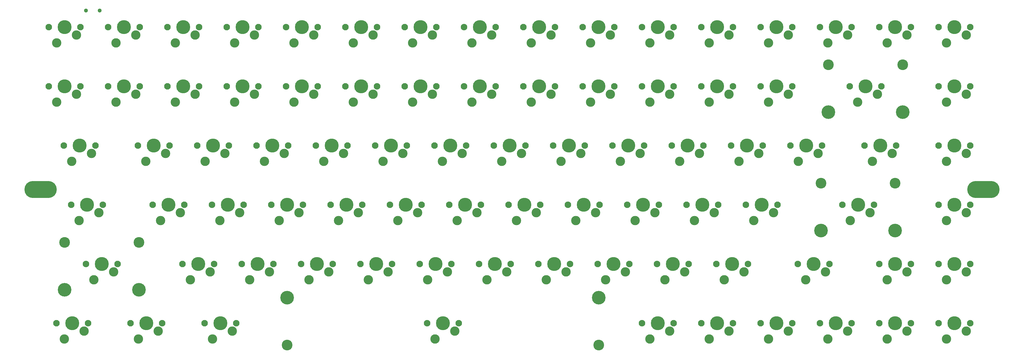
<source format=gbr>
G04 #@! TF.FileFunction,Soldermask,Top*
%FSLAX46Y46*%
G04 Gerber Fmt 4.6, Leading zero omitted, Abs format (unit mm)*
G04 Created by KiCad (PCBNEW 4.0.1-stable) date 2/13/2016 10:11:50 PM*
%MOMM*%
G01*
G04 APERTURE LIST*
%ADD10C,0.100000*%
%ADD11C,1.300000*%
%ADD12C,4.499560*%
%ADD13C,3.000960*%
%ADD14C,2.099260*%
%ADD15C,3.448000*%
%ADD16C,4.380200*%
%ADD17O,10.399980X5.401260*%
G04 APERTURE END LIST*
D10*
D11*
X6852500Y5328750D03*
X11252500Y5328750D03*
D12*
X0Y0D03*
D13*
X-2540000Y-5080000D03*
X3810000Y-2540000D03*
D14*
X5080000Y0D03*
X-5080000Y0D03*
D12*
X19050000Y0D03*
D13*
X16510000Y-5080000D03*
X22860000Y-2540000D03*
D14*
X24130000Y0D03*
X13970000Y0D03*
D12*
X38100000Y0D03*
D13*
X35560000Y-5080000D03*
X41910000Y-2540000D03*
D14*
X43180000Y0D03*
X33020000Y0D03*
D12*
X57150000Y0D03*
D13*
X54610000Y-5080000D03*
X60960000Y-2540000D03*
D14*
X62230000Y0D03*
X52070000Y0D03*
D12*
X76200000Y0D03*
D13*
X73660000Y-5080000D03*
X80010000Y-2540000D03*
D14*
X81280000Y0D03*
X71120000Y0D03*
D12*
X95250000Y0D03*
D13*
X92710000Y-5080000D03*
X99060000Y-2540000D03*
D14*
X100330000Y0D03*
X90170000Y0D03*
D12*
X114300000Y0D03*
D13*
X111760000Y-5080000D03*
X118110000Y-2540000D03*
D14*
X119380000Y0D03*
X109220000Y0D03*
D12*
X133350000Y0D03*
D13*
X130810000Y-5080000D03*
X137160000Y-2540000D03*
D14*
X138430000Y0D03*
X128270000Y0D03*
D12*
X152400000Y0D03*
D13*
X149860000Y-5080000D03*
X156210000Y-2540000D03*
D14*
X157480000Y0D03*
X147320000Y0D03*
D12*
X171450000Y0D03*
D13*
X168910000Y-5080000D03*
X175260000Y-2540000D03*
D14*
X176530000Y0D03*
X166370000Y0D03*
D12*
X190500000Y0D03*
D13*
X187960000Y-5080000D03*
X194310000Y-2540000D03*
D14*
X195580000Y0D03*
X185420000Y0D03*
D12*
X209550000Y0D03*
D13*
X207010000Y-5080000D03*
X213360000Y-2540000D03*
D14*
X214630000Y0D03*
X204470000Y0D03*
D12*
X228600000Y0D03*
D13*
X226060000Y-5080000D03*
X232410000Y-2540000D03*
D14*
X233680000Y0D03*
X223520000Y0D03*
D12*
X247650000Y0D03*
D13*
X245110000Y-5080000D03*
X251460000Y-2540000D03*
D14*
X252730000Y0D03*
X242570000Y0D03*
D12*
X266700000Y0D03*
D13*
X264160000Y-5080000D03*
X270510000Y-2540000D03*
D14*
X271780000Y0D03*
X261620000Y0D03*
D12*
X285750000Y0D03*
D13*
X283210000Y-5080000D03*
X289560000Y-2540000D03*
D14*
X290830000Y0D03*
X280670000Y0D03*
D12*
X0Y-19050000D03*
D13*
X-2540000Y-24130000D03*
X3810000Y-21590000D03*
D14*
X5080000Y-19050000D03*
X-5080000Y-19050000D03*
D12*
X19050000Y-19050000D03*
D13*
X16510000Y-24130000D03*
X22860000Y-21590000D03*
D14*
X24130000Y-19050000D03*
X13970000Y-19050000D03*
D12*
X38100000Y-19050000D03*
D13*
X35560000Y-24130000D03*
X41910000Y-21590000D03*
D14*
X43180000Y-19050000D03*
X33020000Y-19050000D03*
D12*
X57150000Y-19050000D03*
D13*
X54610000Y-24130000D03*
X60960000Y-21590000D03*
D14*
X62230000Y-19050000D03*
X52070000Y-19050000D03*
D12*
X76200000Y-19050000D03*
D13*
X73660000Y-24130000D03*
X80010000Y-21590000D03*
D14*
X81280000Y-19050000D03*
X71120000Y-19050000D03*
D12*
X95250000Y-19050000D03*
D13*
X92710000Y-24130000D03*
X99060000Y-21590000D03*
D14*
X100330000Y-19050000D03*
X90170000Y-19050000D03*
D12*
X114300000Y-19050000D03*
D13*
X111760000Y-24130000D03*
X118110000Y-21590000D03*
D14*
X119380000Y-19050000D03*
X109220000Y-19050000D03*
D12*
X133350000Y-19050000D03*
D13*
X130810000Y-24130000D03*
X137160000Y-21590000D03*
D14*
X138430000Y-19050000D03*
X128270000Y-19050000D03*
D12*
X152400000Y-19050000D03*
D13*
X149860000Y-24130000D03*
X156210000Y-21590000D03*
D14*
X157480000Y-19050000D03*
X147320000Y-19050000D03*
D12*
X171450000Y-19050000D03*
D13*
X168910000Y-24130000D03*
X175260000Y-21590000D03*
D14*
X176530000Y-19050000D03*
X166370000Y-19050000D03*
D12*
X190500000Y-19050000D03*
D13*
X187960000Y-24130000D03*
X194310000Y-21590000D03*
D14*
X195580000Y-19050000D03*
X185420000Y-19050000D03*
D12*
X209550000Y-19050000D03*
D13*
X207010000Y-24130000D03*
X213360000Y-21590000D03*
D14*
X214630000Y-19050000D03*
X204470000Y-19050000D03*
D12*
X228600000Y-19050000D03*
D13*
X226060000Y-24130000D03*
X232410000Y-21590000D03*
D14*
X233680000Y-19050000D03*
X223520000Y-19050000D03*
D12*
X257175000Y-19050000D03*
D13*
X254635000Y-24130000D03*
X260985000Y-21590000D03*
D14*
X262255000Y-19050000D03*
X252095000Y-19050000D03*
D12*
X285750000Y-19050000D03*
D13*
X283210000Y-24130000D03*
X289560000Y-21590000D03*
D14*
X290830000Y-19050000D03*
X280670000Y-19050000D03*
D12*
X4762500Y-38100000D03*
D13*
X2222500Y-43180000D03*
X8572500Y-40640000D03*
D14*
X9842500Y-38100000D03*
X-317500Y-38100000D03*
D12*
X28575000Y-38100000D03*
D13*
X26035000Y-43180000D03*
X32385000Y-40640000D03*
D14*
X33655000Y-38100000D03*
X23495000Y-38100000D03*
D12*
X47625000Y-38100000D03*
D13*
X45085000Y-43180000D03*
X51435000Y-40640000D03*
D14*
X52705000Y-38100000D03*
X42545000Y-38100000D03*
D12*
X66675000Y-38100000D03*
D13*
X64135000Y-43180000D03*
X70485000Y-40640000D03*
D14*
X71755000Y-38100000D03*
X61595000Y-38100000D03*
D12*
X85725000Y-38100000D03*
D13*
X83185000Y-43180000D03*
X89535000Y-40640000D03*
D14*
X90805000Y-38100000D03*
X80645000Y-38100000D03*
D12*
X104775000Y-38100000D03*
D13*
X102235000Y-43180000D03*
X108585000Y-40640000D03*
D14*
X109855000Y-38100000D03*
X99695000Y-38100000D03*
D12*
X123825000Y-38100000D03*
D13*
X121285000Y-43180000D03*
X127635000Y-40640000D03*
D14*
X128905000Y-38100000D03*
X118745000Y-38100000D03*
D12*
X142875000Y-38100000D03*
D13*
X140335000Y-43180000D03*
X146685000Y-40640000D03*
D14*
X147955000Y-38100000D03*
X137795000Y-38100000D03*
D12*
X161925000Y-38100000D03*
D13*
X159385000Y-43180000D03*
X165735000Y-40640000D03*
D14*
X167005000Y-38100000D03*
X156845000Y-38100000D03*
D12*
X180975000Y-38100000D03*
D13*
X178435000Y-43180000D03*
X184785000Y-40640000D03*
D14*
X186055000Y-38100000D03*
X175895000Y-38100000D03*
D12*
X200025000Y-38100000D03*
D13*
X197485000Y-43180000D03*
X203835000Y-40640000D03*
D14*
X205105000Y-38100000D03*
X194945000Y-38100000D03*
D12*
X219075000Y-38100000D03*
D13*
X216535000Y-43180000D03*
X222885000Y-40640000D03*
D14*
X224155000Y-38100000D03*
X213995000Y-38100000D03*
D12*
X238125000Y-38100000D03*
D13*
X235585000Y-43180000D03*
X241935000Y-40640000D03*
D14*
X243205000Y-38100000D03*
X233045000Y-38100000D03*
D12*
X261937500Y-38100000D03*
D13*
X259397500Y-43180000D03*
X265747500Y-40640000D03*
D14*
X267017500Y-38100000D03*
X256857500Y-38100000D03*
D12*
X285750000Y-38100000D03*
D13*
X283210000Y-43180000D03*
X289560000Y-40640000D03*
D14*
X290830000Y-38100000D03*
X280670000Y-38100000D03*
D12*
X7145020Y-57150000D03*
D13*
X4605020Y-62230000D03*
X10955020Y-59690000D03*
D14*
X12225020Y-57150000D03*
X2065020Y-57150000D03*
D12*
X33337500Y-57150000D03*
D13*
X30797500Y-62230000D03*
X37147500Y-59690000D03*
D14*
X38417500Y-57150000D03*
X28257500Y-57150000D03*
D12*
X52387500Y-57150000D03*
D13*
X49847500Y-62230000D03*
X56197500Y-59690000D03*
D14*
X57467500Y-57150000D03*
X47307500Y-57150000D03*
D12*
X71437500Y-57150000D03*
D13*
X68897500Y-62230000D03*
X75247500Y-59690000D03*
D14*
X76517500Y-57150000D03*
X66357500Y-57150000D03*
D12*
X90487500Y-57150000D03*
D13*
X87947500Y-62230000D03*
X94297500Y-59690000D03*
D14*
X95567500Y-57150000D03*
X85407500Y-57150000D03*
D12*
X109537500Y-57150000D03*
D13*
X106997500Y-62230000D03*
X113347500Y-59690000D03*
D14*
X114617500Y-57150000D03*
X104457500Y-57150000D03*
D12*
X128587500Y-57150000D03*
D13*
X126047500Y-62230000D03*
X132397500Y-59690000D03*
D14*
X133667500Y-57150000D03*
X123507500Y-57150000D03*
D12*
X147637500Y-57150000D03*
D13*
X145097500Y-62230000D03*
X151447500Y-59690000D03*
D14*
X152717500Y-57150000D03*
X142557500Y-57150000D03*
D12*
X166687500Y-57150000D03*
D13*
X164147500Y-62230000D03*
X170497500Y-59690000D03*
D14*
X171767500Y-57150000D03*
X161607500Y-57150000D03*
D12*
X185737500Y-57150000D03*
D13*
X183197500Y-62230000D03*
X189547500Y-59690000D03*
D14*
X190817500Y-57150000D03*
X180657500Y-57150000D03*
D12*
X204787500Y-57150000D03*
D13*
X202247500Y-62230000D03*
X208597500Y-59690000D03*
D14*
X209867500Y-57150000D03*
X199707500Y-57150000D03*
D12*
X223837500Y-57150000D03*
D13*
X221297500Y-62230000D03*
X227647500Y-59690000D03*
D14*
X228917500Y-57150000D03*
X218757500Y-57150000D03*
D12*
X254795020Y-57150000D03*
D13*
X252255020Y-62230000D03*
X258605020Y-59690000D03*
D14*
X259875020Y-57150000D03*
X249715020Y-57150000D03*
D12*
X285750000Y-57150000D03*
D13*
X283210000Y-62230000D03*
X289560000Y-59690000D03*
D14*
X290830000Y-57150000D03*
X280670000Y-57150000D03*
D12*
X11906250Y-76200000D03*
D13*
X9366250Y-81280000D03*
X15716250Y-78740000D03*
D14*
X16986250Y-76200000D03*
X6826250Y-76200000D03*
D12*
X42862500Y-76200000D03*
D13*
X40322500Y-81280000D03*
X46672500Y-78740000D03*
D14*
X47942500Y-76200000D03*
X37782500Y-76200000D03*
D12*
X61912500Y-76200000D03*
D13*
X59372500Y-81280000D03*
X65722500Y-78740000D03*
D14*
X66992500Y-76200000D03*
X56832500Y-76200000D03*
D12*
X80962500Y-76200000D03*
D13*
X78422500Y-81280000D03*
X84772500Y-78740000D03*
D14*
X86042500Y-76200000D03*
X75882500Y-76200000D03*
D12*
X100012500Y-76200000D03*
D13*
X97472500Y-81280000D03*
X103822500Y-78740000D03*
D14*
X105092500Y-76200000D03*
X94932500Y-76200000D03*
D12*
X119062500Y-76200000D03*
D13*
X116522500Y-81280000D03*
X122872500Y-78740000D03*
D14*
X124142500Y-76200000D03*
X113982500Y-76200000D03*
D12*
X138112500Y-76200000D03*
D13*
X135572500Y-81280000D03*
X141922500Y-78740000D03*
D14*
X143192500Y-76200000D03*
X133032500Y-76200000D03*
D12*
X157162500Y-76200000D03*
D13*
X154622500Y-81280000D03*
X160972500Y-78740000D03*
D14*
X162242500Y-76200000D03*
X152082500Y-76200000D03*
D12*
X176212500Y-76200000D03*
D13*
X173672500Y-81280000D03*
X180022500Y-78740000D03*
D14*
X181292500Y-76200000D03*
X171132500Y-76200000D03*
D12*
X195262500Y-76200000D03*
D13*
X192722500Y-81280000D03*
X199072500Y-78740000D03*
D14*
X200342500Y-76200000D03*
X190182500Y-76200000D03*
D12*
X214312500Y-76200000D03*
D13*
X211772500Y-81280000D03*
X218122500Y-78740000D03*
D14*
X219392500Y-76200000D03*
X209232500Y-76200000D03*
D12*
X240506250Y-76200000D03*
D13*
X237966250Y-81280000D03*
X244316250Y-78740000D03*
D14*
X245586250Y-76200000D03*
X235426250Y-76200000D03*
D12*
X266700000Y-76200000D03*
D13*
X264160000Y-81280000D03*
X270510000Y-78740000D03*
D14*
X271780000Y-76200000D03*
X261620000Y-76200000D03*
D12*
X285750000Y-76200000D03*
D13*
X283210000Y-81280000D03*
X289560000Y-78740000D03*
D14*
X290830000Y-76200000D03*
X280670000Y-76200000D03*
D12*
X2382520Y-95250000D03*
D13*
X-157480Y-100330000D03*
X6192520Y-97790000D03*
D14*
X7462520Y-95250000D03*
X-2697480Y-95250000D03*
D12*
X26195020Y-95250000D03*
D13*
X23655020Y-100330000D03*
X30005020Y-97790000D03*
D14*
X31275020Y-95250000D03*
X21115020Y-95250000D03*
D12*
X50007520Y-95250000D03*
D13*
X47467520Y-100330000D03*
X53817520Y-97790000D03*
D14*
X55087520Y-95250000D03*
X44927520Y-95250000D03*
D12*
X121445020Y-95250000D03*
D13*
X118905020Y-100330000D03*
X125255020Y-97790000D03*
D14*
X126525020Y-95250000D03*
X116365020Y-95250000D03*
D12*
X190500000Y-95250000D03*
D13*
X187960000Y-100330000D03*
X194310000Y-97790000D03*
D14*
X195580000Y-95250000D03*
X185420000Y-95250000D03*
D12*
X209550000Y-95250000D03*
D13*
X207010000Y-100330000D03*
X213360000Y-97790000D03*
D14*
X214630000Y-95250000D03*
X204470000Y-95250000D03*
D12*
X228600000Y-95250000D03*
D13*
X226060000Y-100330000D03*
X232410000Y-97790000D03*
D14*
X233680000Y-95250000D03*
X223520000Y-95250000D03*
D12*
X247650000Y-95250000D03*
D13*
X245110000Y-100330000D03*
X251460000Y-97790000D03*
D14*
X252730000Y-95250000D03*
X242570000Y-95250000D03*
D12*
X266700000Y-95250000D03*
D13*
X264160000Y-100330000D03*
X270510000Y-97790000D03*
D14*
X271780000Y-95250000D03*
X261620000Y-95250000D03*
D12*
X285750000Y-95250000D03*
D13*
X283210000Y-100330000D03*
X289560000Y-97790000D03*
D14*
X290830000Y-95250000D03*
X280670000Y-95250000D03*
D15*
X245270020Y-12065000D03*
D16*
X245270020Y-27305000D03*
D15*
X269082520Y-12065000D03*
D16*
X269082520Y-27305000D03*
D15*
X242888770Y-50165000D03*
D16*
X242888770Y-65405000D03*
D15*
X266701270Y-50165000D03*
D16*
X266701270Y-65405000D03*
D15*
X0Y-69215000D03*
D16*
X0Y-84455000D03*
D15*
X23812500Y-69215000D03*
D16*
X23812500Y-84455000D03*
D15*
X71407020Y-102267258D03*
D16*
X71407020Y-87027258D03*
D15*
X171483020Y-102267258D03*
D16*
X171483020Y-87027258D03*
D17*
X-7747000Y-52197000D03*
X295021000Y-52197000D03*
M02*

</source>
